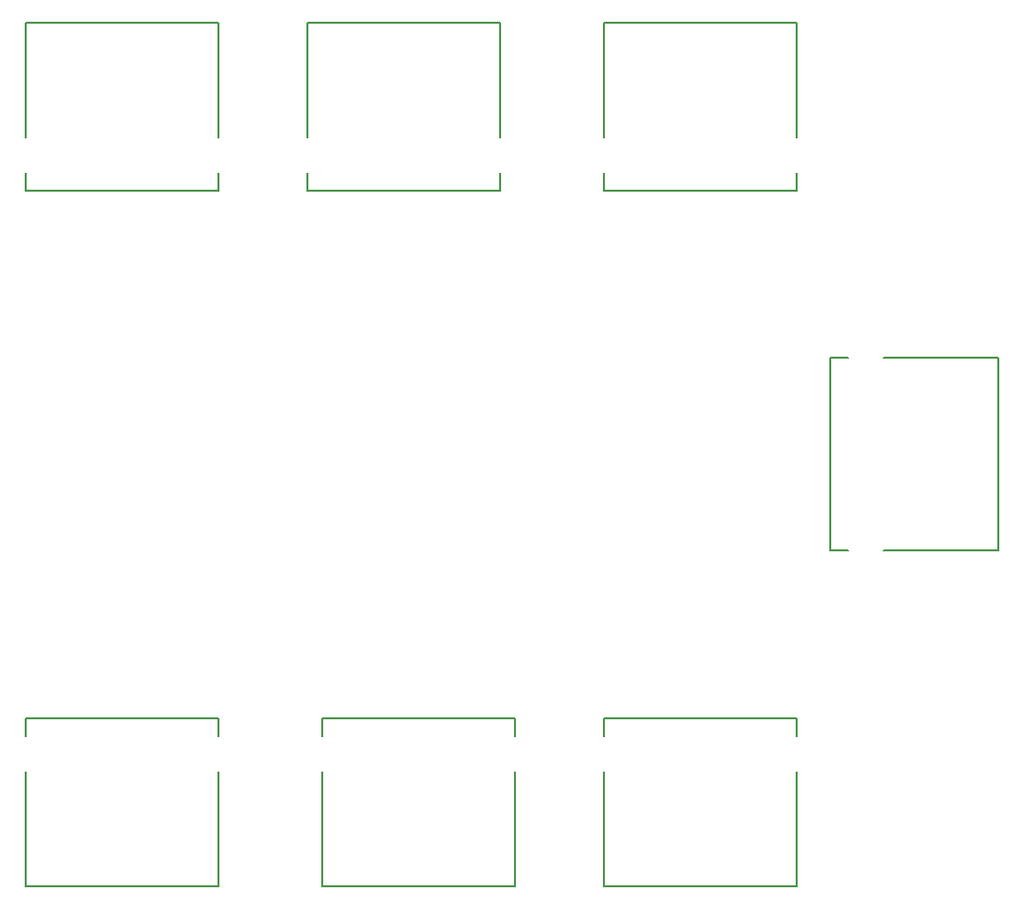
<source format=gbr>
G04 EAGLE Gerber RS-274X export*
G75*
%MOMM*%
%FSLAX34Y34*%
%LPD*%
%INSilkscreen Bottom*%
%IPPOS*%
%AMOC8*
5,1,8,0,0,1.08239X$1,22.5*%
G01*
%ADD10C,0.203200*%


D10*
X133400Y36350D02*
X133400Y134620D01*
X133400Y165100D02*
X133400Y180350D01*
X298400Y180350D01*
X298400Y165100D01*
X298400Y134620D02*
X298400Y36350D01*
X133400Y36350D01*
X387400Y36350D02*
X387400Y134620D01*
X387400Y165100D02*
X387400Y180350D01*
X552400Y180350D01*
X552400Y165100D01*
X552400Y134620D02*
X552400Y36350D01*
X387400Y36350D01*
X628700Y36350D02*
X628700Y134620D01*
X628700Y165100D02*
X628700Y180350D01*
X793700Y180350D01*
X793700Y165100D01*
X793700Y134620D02*
X793700Y36350D01*
X628700Y36350D01*
X298400Y678180D02*
X298400Y776450D01*
X298400Y647700D02*
X298400Y632450D01*
X133400Y632450D01*
X133400Y647700D01*
X133400Y678180D02*
X133400Y776450D01*
X298400Y776450D01*
X539700Y776450D02*
X539700Y678180D01*
X539700Y647700D02*
X539700Y632450D01*
X374700Y632450D01*
X374700Y647700D01*
X374700Y678180D02*
X374700Y776450D01*
X539700Y776450D01*
X793700Y776450D02*
X793700Y678180D01*
X793700Y647700D02*
X793700Y632450D01*
X628700Y632450D01*
X628700Y647700D01*
X628700Y678180D02*
X628700Y776450D01*
X793700Y776450D01*
X868680Y323900D02*
X966950Y323900D01*
X838200Y323900D02*
X822950Y323900D01*
X822950Y488900D01*
X838200Y488900D01*
X868680Y488900D02*
X966950Y488900D01*
X966950Y323900D01*
M02*

</source>
